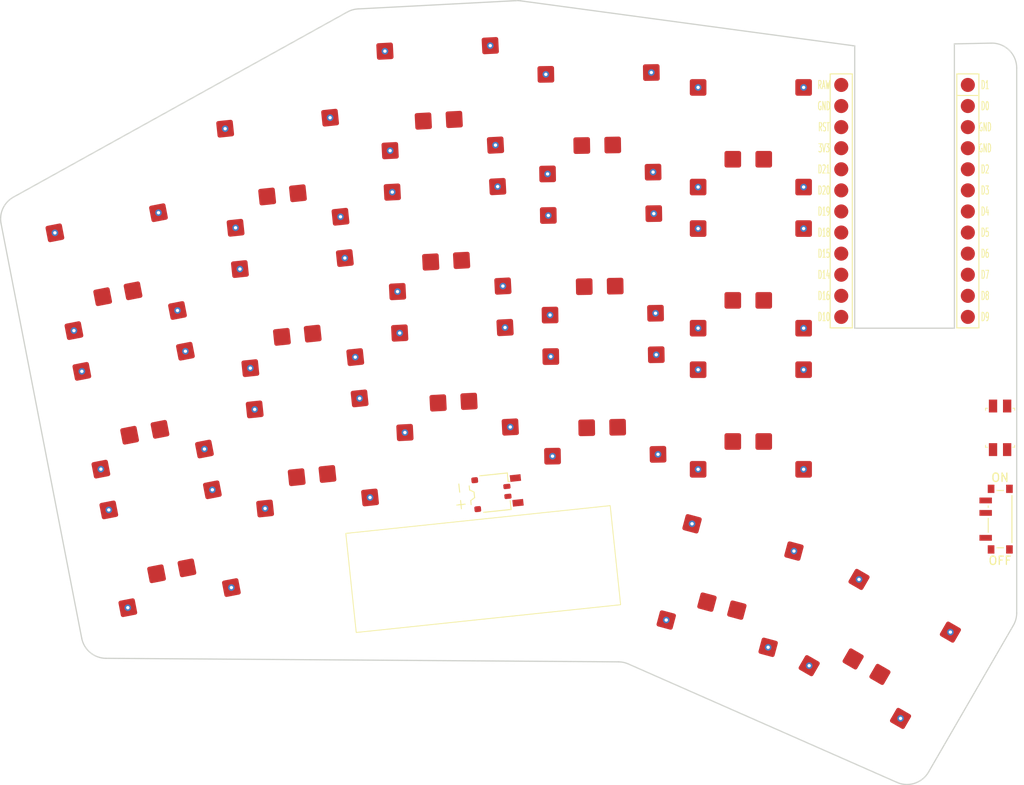
<source format=kicad_pcb>
(kicad_pcb (version 20240108) (generator "ergogen") (generator_version "4.1.0")
  (title_block (title "slimsplaydy_left_unrouted") (date "2025-06-08") (rev "v1.0.0") (company "Unknown"))
  (layers (0 "F.Cu" signal) (31 "B.Cu" signal) (34 "B.Paste" user) (35 "F.Paste" user) (36 "B.SilkS" user "B.Silkscreen") (37 "F.SilkS" user "F.Silkscreen") (38 "B.Mask" user) (39 "F.Mask" user) (44 "Edge.Cuts" user))
  (net 0 "")
  (net 1 "hand_pinky_bottom")
  (net 2 "GND")
  (net 3 "hand_pinky_home")
  (net 4 "hand_pinky_top")
  (net 5 "hand_ring_bottom")
  (net 6 "hand_ring_home")
  (net 7 "hand_ring_top")
  (net 8 "hand_middle_bottom")
  (net 9 "hand_middle_home")
  (net 10 "hand_middle_top")
  (net 11 "hand_index_bottom")
  (net 12 "hand_index_home")
  (net 13 "hand_index_top")
  (net 14 "hand_inner_bottom")
  (net 15 "hand_inner_home")
  (net 16 "hand_inner_top")
  (net 17 "thumb_near_fan")
  (net 18 "thumb_far_fan")
  (net 19 "RAW")
  (net 20 "RST")
  (net 21 "3V3")
  (net 22 "D1")
  (net 23 "P101")
  (net 24 "P102")
  (net 25 "P107")
  (net 26 "MCU1_24")
  (net 27 "MCU1_1")
  (net 28 "MCU1_23")
  (net 29 "MCU1_2")
  (net 30 "MCU1_22")
  (net 31 "MCU1_3")
  (net 32 "MCU1_21")
  (net 33 "MCU1_4")
  (net 34 "MCU1_20")
  (net 35 "MCU1_5")
  (net 36 "MCU1_19")
  (net 37 "MCU1_6")
  (net 38 "MCU1_18")
  (net 39 "MCU1_7")
  (net 40 "MCU1_17")
  (net 41 "MCU1_8")
  (net 42 "MCU1_16")
  (net 43 "MCU1_9")
  (net 44 "MCU1_15")
  (net 45 "MCU1_10")
  (net 46 "MCU1_14")
  (net 47 "MCU1_11")
  (net 48 "MCU1_13")
  (net 49 "MCU1_12")
  (net 50 "BAT_P")
  (footprint "magsafe" (layer "B.Cu") (at 142.4640421 104.4973736 3)
    (property "Reference" "_1" hide)
  )
  (footprint "PG1316S" (at 109.0596139 141.7956297 11) (layer "F.Cu")
    (property "Reference" "S1" hide)
    (pad "" np_thru_hole circle (at -5.8 2.75) (size 1 1) (drill 1) (layers "*.Cu" "*.Mask"))
    (pad "" np_thru_hole circle (at 5.8 -2.75) (size 1.2 1.2) (drill 1.2) (layers "*.Cu" "*.Mask"))
    (pad "1" smd roundrect (at -2.175 2.65 11) (size 2 2) (layers "F.Cu" "F.Paste" "F.Mask") (roundrect_rratio 0.125) (net 1 "hand_pinky_bottom"))
    (pad "2" smd roundrect (at 1.55 2.65 11) (size 2 2) (layers "F.Cu" "F.Paste" "F.Mask") (roundrect_rratio 0.125) (net 2 "GND"))
    (pad "3" smd roundrect (at -6.35 -6 11) (size 2 2) (layers "F.Cu" "F.Paste" "F.Mask") (roundrect_rratio 0.125) (net 2 "GND"))
    (pad "3" smd roundrect (at -6.35 6 11) (size 2 2) (layers "F.Cu" "F.Paste" "F.Mask") (roundrect_rratio 0.125) (net 2 "GND"))
    (pad "3" smd roundrect (at 6.35 -6 11) (size 2 2) (layers "F.Cu" "F.Paste" "F.Mask") (roundrect_rratio 0.125) (net 2 "GND"))
    (pad "3" smd roundrect (at 6.35 6 11) (size 2 2) (layers "F.Cu" "F.Paste" "F.Mask") (roundrect_rratio 0.125) (net 2 "GND"))
    (pad "" thru_hole circle (at -6.35 -6 11) (size 0.8 0.8) (layers "F.Cu" "B.Cu" "F.Paste" "B.Paste" "F.Mask" "B.Mask") (drill 0.4) (net 2 "GND"))
    (pad "" thru_hole circle (at -6.35 6 11) (size 0.8 0.8) (layers "F.Cu" "B.Cu" "F.Paste" "B.Paste" "F.Mask" "B.Mask") (drill 0.4) (net 2 "GND"))
    (pad "" thru_hole circle (at 6.35 -6 11) (size 0.8 0.8) (layers "F.Cu" "B.Cu" "F.Paste" "B.Paste" "F.Mask" "B.Mask") (drill 0.4) (net 2 "GND"))
    (pad "" thru_hole circle (at 6.35 6 11) (size 0.8 0.8) (layers "F.Cu" "B.Cu" "F.Paste" "B.Paste" "F.Mask" "B.Mask") (drill 0.4) (net 2 "GND"))
  )
  (footprint "PG1316S" (at 105.815861 125.1079676 11) (layer "F.Cu")
    (property "Reference" "S2" hide)
    (pad "" np_thru_hole circle (at -5.8 2.75) (size 1 1) (drill 1) (layers "*.Cu" "*.Mask"))
    (pad "" np_thru_hole circle (at 5.8 -2.75) (size 1.2 1.2) (drill 1.2) (layers "*.Cu" "*.Mask"))
    (pad "1" smd roundrect (at -2.175 2.65 11) (size 2 2) (layers "F.Cu" "F.Paste" "F.Mask") (roundrect_rratio 0.125) (net 3 "hand_pinky_home"))
    (pad "2" smd roundrect (at 1.55 2.65 11) (size 2 2) (layers "F.Cu" "F.Paste" "F.Mask") (roundrect_rratio 0.125) (net 2 "GND"))
    (pad "3" smd roundrect (at -6.35 -6 11) (size 2 2) (layers "F.Cu" "F.Paste" "F.Mask") (roundrect_rratio 0.125) (net 2 "GND"))
    (pad "3" smd roundrect (at -6.35 6 11) (size 2 2) (layers "F.Cu" "F.Paste" "F.Mask") (roundrect_rratio 0.125) (net 2 "GND"))
    (pad "3" smd roundrect (at 6.35 -6 11) (size 2 2) (layers "F.Cu" "F.Paste" "F.Mask") (roundrect_rratio 0.125) (net 2 "GND"))
    (pad "3" smd roundrect (at 6.35 6 11) (size 2 2) (layers "F.Cu" "F.Paste" "F.Mask") (roundrect_rratio 0.125) (net 2 "GND"))
    (pad "" thru_hole circle (at -6.35 -6 11) (size 0.8 0.8) (layers "F.Cu" "B.Cu" "F.Paste" "B.Paste" "F.Mask" "B.Mask") (drill 0.4) (net 2 "GND"))
    (pad "" thru_hole circle (at -6.35 6 11) (size 0.8 0.8) (layers "F.Cu" "B.Cu" "F.Paste" "B.Paste" "F.Mask" "B.Mask") (drill 0.4) (net 2 "GND"))
    (pad "" thru_hole circle (at 6.35 -6 11) (size 0.8 0.8) (layers "F.Cu" "B.Cu" "F.Paste" "B.Paste" "F.Mask" "B.Mask") (drill 0.4) (net 2 "GND"))
    (pad "" thru_hole circle (at 6.35 6 11) (size 0.8 0.8) (layers "F.Cu" "B.Cu" "F.Paste" "B.Paste" "F.Mask" "B.Mask") (drill 0.4) (net 2 "GND"))
  )
  (footprint "PG1316S" (at 102.5721081 108.4203055 11) (layer "F.Cu")
    (property "Reference" "S3" hide)
    (pad "" np_thru_hole circle (at -5.8 2.75) (size 1 1) (drill 1) (layers "*.Cu" "*.Mask"))
    (pad "" np_thru_hole circle (at 5.8 -2.75) (size 1.2 1.2) (drill 1.2) (layers "*.Cu" "*.Mask"))
    (pad "1" smd roundrect (at -2.175 2.65 11) (size 2 2) (layers "F.Cu" "F.Paste" "F.Mask") (roundrect_rratio 0.125) (net 4 "hand_pinky_top"))
    (pad "2" smd roundrect (at 1.55 2.65 11) (size 2 2) (layers "F.Cu" "F.Paste" "F.Mask") (roundrect_rratio 0.125) (net 2 "GND"))
    (pad "3" smd roundrect (at -6.35 -6 11) (size 2 2) (layers "F.Cu" "F.Paste" "F.Mask") (roundrect_rratio 0.125) (net 2 "GND"))
    (pad "3" smd roundrect (at -6.35 6 11) (size 2 2) (layers "F.Cu" "F.Paste" "F.Mask") (roundrect_rratio 0.125) (net 2 "GND"))
    (pad "3" smd roundrect (at 6.35 -6 11) (size 2 2) (layers "F.Cu" "F.Paste" "F.Mask") (roundrect_rratio 0.125) (net 2 "GND"))
    (pad "3" smd roundrect (at 6.35 6 11) (size 2 2) (layers "F.Cu" "F.Paste" "F.Mask") (roundrect_rratio 0.125) (net 2 "GND"))
    (pad "" thru_hole circle (at -6.35 -6 11) (size 0.8 0.8) (layers "F.Cu" "B.Cu" "F.Paste" "B.Paste" "F.Mask" "B.Mask") (drill 0.4) (net 2 "GND"))
    (pad "" thru_hole circle (at -6.35 6 11) (size 0.8 0.8) (layers "F.Cu" "B.Cu" "F.Paste" "B.Paste" "F.Mask" "B.Mask") (drill 0.4) (net 2 "GND"))
    (pad "" thru_hole circle (at 6.35 -6 11) (size 0.8 0.8) (layers "F.Cu" "B.Cu" "F.Paste" "B.Paste" "F.Mask" "B.Mask") (drill 0.4) (net 2 "GND"))
    (pad "" thru_hole circle (at 6.35 6 11) (size 0.8 0.8) (layers "F.Cu" "B.Cu" "F.Paste" "B.Paste" "F.Mask" "B.Mask") (drill 0.4) (net 2 "GND"))
  )
  (footprint "PG1316S" (at 126.1840585 130.3172413 6) (layer "F.Cu")
    (property "Reference" "S4" hide)
    (pad "" np_thru_hole circle (at -5.8 2.75) (size 1 1) (drill 1) (layers "*.Cu" "*.Mask"))
    (pad "" np_thru_hole circle (at 5.8 -2.75) (size 1.2 1.2) (drill 1.2) (layers "*.Cu" "*.Mask"))
    (pad "1" smd roundrect (at -2.175 2.65 6) (size 2 2) (layers "F.Cu" "F.Paste" "F.Mask") (roundrect_rratio 0.125) (net 5 "hand_ring_bottom"))
    (pad "2" smd roundrect (at 1.55 2.65 6) (size 2 2) (layers "F.Cu" "F.Paste" "F.Mask") (roundrect_rratio 0.125) (net 2 "GND"))
    (pad "3" smd roundrect (at -6.35 -6 6) (size 2 2) (layers "F.Cu" "F.Paste" "F.Mask") (roundrect_rratio 0.125) (net 2 "GND"))
    (pad "3" smd roundrect (at -6.35 6 6) (size 2 2) (layers "F.Cu" "F.Paste" "F.Mask") (roundrect_rratio 0.125) (net 2 "GND"))
    (pad "3" smd roundrect (at 6.35 -6 6) (size 2 2) (layers "F.Cu" "F.Paste" "F.Mask") (roundrect_rratio 0.125) (net 2 "GND"))
    (pad "3" smd roundrect (at 6.35 6 6) (size 2 2) (layers "F.Cu" "F.Paste" "F.Mask") (roundrect_rratio 0.125) (net 2 "GND"))
    (pad "" thru_hole circle (at -6.35 -6 6) (size 0.8 0.8) (layers "F.Cu" "B.Cu" "F.Paste" "B.Paste" "F.Mask" "B.Mask") (drill 0.4) (net 2 "GND"))
    (pad "" thru_hole circle (at -6.35 6 6) (size 0.8 0.8) (layers "F.Cu" "B.Cu" "F.Paste" "B.Paste" "F.Mask" "B.Mask") (drill 0.4) (net 2 "GND"))
    (pad "" thru_hole circle (at 6.35 -6 6) (size 0.8 0.8) (layers "F.Cu" "B.Cu" "F.Paste" "B.Paste" "F.Mask" "B.Mask") (drill 0.4) (net 2 "GND"))
    (pad "" thru_hole circle (at 6.35 6 6) (size 0.8 0.8) (layers "F.Cu" "B.Cu" "F.Paste" "B.Paste" "F.Mask" "B.Mask") (drill 0.4) (net 2 "GND"))
  )
  (footprint "PG1316S" (at 124.4070746 113.4103691 6) (layer "F.Cu")
    (property "Reference" "S5" hide)
    (pad "" np_thru_hole circle (at -5.8 2.75) (size 1 1) (drill 1) (layers "*.Cu" "*.Mask"))
    (pad "" np_thru_hole circle (at 5.8 -2.75) (size 1.2 1.2) (drill 1.2) (layers "*.Cu" "*.Mask"))
    (pad "1" smd roundrect (at -2.175 2.65 6) (size 2 2) (layers "F.Cu" "F.Paste" "F.Mask") (roundrect_rratio 0.125) (net 6 "hand_ring_home"))
    (pad "2" smd roundrect (at 1.55 2.65 6) (size 2 2) (layers "F.Cu" "F.Paste" "F.Mask") (roundrect_rratio 0.125) (net 2 "GND"))
    (pad "3" smd roundrect (at -6.35 -6 6) (size 2 2) (layers "F.Cu" "F.Paste" "F.Mask") (roundrect_rratio 0.125) (net 2 "GND"))
    (pad "3" smd roundrect (at -6.35 6 6) (size 2 2) (layers "F.Cu" "F.Paste" "F.Mask") (roundrect_rratio 0.125) (net 2 "GND"))
    (pad "3" smd roundrect (at 6.35 -6 6) (size 2 2) (layers "F.Cu" "F.Paste" "F.Mask") (roundrect_rratio 0.125) (net 2 "GND"))
    (pad "3" smd roundrect (at 6.35 6 6) (size 2 2) (layers "F.Cu" "F.Paste" "F.Mask") (roundrect_rratio 0.125) (net 2 "GND"))
    (pad "" thru_hole circle (at -6.35 -6 6) (size 0.8 0.8) (layers "F.Cu" "B.Cu" "F.Paste" "B.Paste" "F.Mask" "B.Mask") (drill 0.4) (net 2 "GND"))
    (pad "" thru_hole circle (at -6.35 6 6) (size 0.8 0.8) (layers "F.Cu" "B.Cu" "F.Paste" "B.Paste" "F.Mask" "B.Mask") (drill 0.4) (net 2 "GND"))
    (pad "" thru_hole circle (at 6.35 -6 6) (size 0.8 0.8) (layers "F.Cu" "B.Cu" "F.Paste" "B.Paste" "F.Mask" "B.Mask") (drill 0.4) (net 2 "GND"))
    (pad "" thru_hole circle (at 6.35 6 6) (size 0.8 0.8) (layers "F.Cu" "B.Cu" "F.Paste" "B.Paste" "F.Mask" "B.Mask") (drill 0.4) (net 2 "GND"))
  )
  (footprint "PG1316S" (at 122.6300906 96.5034968 6) (layer "F.Cu")
    (property "Reference" "S6" hide)
    (pad "" np_thru_hole circle (at -5.8 2.75) (size 1 1) (drill 1) (layers "*.Cu" "*.Mask"))
    (pad "" np_thru_hole circle (at 5.8 -2.75) (size 1.2 1.2) (drill 1.2) (layers "*.Cu" "*.Mask"))
    (pad "1" smd roundrect (at -2.175 2.65 6) (size 2 2) (layers "F.Cu" "F.Paste" "F.Mask") (roundrect_rratio 0.125) (net 7 "hand_ring_top"))
    (pad "2" smd roundrect (at 1.55 2.65 6) (size 2 2) (layers "F.Cu" "F.Paste" "F.Mask") (roundrect_rratio 0.125) (net 2 "GND"))
    (pad "3" smd roundrect (at -6.35 -6 6) (size 2 2) (layers "F.Cu" "F.Paste" "F.Mask") (roundrect_rratio 0.125) (net 2 "GND"))
    (pad "3" smd roundrect (at -6.35 6 6) (size 2 2) (layers "F.Cu" "F.Paste" "F.Mask") (roundrect_rratio 0.125) (net 2 "GND"))
    (pad "3" smd roundrect (at 6.35 -6 6) (size 2 2) (layers "F.Cu" "F.Paste" "F.Mask") (roundrect_rratio 0.125) (net 2 "GND"))
    (pad "3" smd roundrect (at 6.35 6 6) (size 2 2) (layers "F.Cu" "F.Paste" "F.Mask") (roundrect_rratio 0.125) (net 2 "GND"))
    (pad "" thru_hole circle (at -6.35 -6 6) (size 0.8 0.8) (layers "F.Cu" "B.Cu" "F.Paste" "B.Paste" "F.Mask" "B.Mask") (drill 0.4) (net 2 "GND"))
    (pad "" thru_hole circle (at -6.35 6 6) (size 0.8 0.8) (layers "F.Cu" "B.Cu" "F.Paste" "B.Paste" "F.Mask" "B.Mask") (drill 0.4) (net 2 "GND"))
    (pad "" thru_hole circle (at 6.35 -6 6) (size 0.8 0.8) (layers "F.Cu" "B.Cu" "F.Paste" "B.Paste" "F.Mask" "B.Mask") (drill 0.4) (net 2 "GND"))
    (pad "" thru_hole circle (at 6.35 6 6) (size 0.8 0.8) (layers "F.Cu" "B.Cu" "F.Paste" "B.Paste" "F.Mask" "B.Mask") (drill 0.4) (net 2 "GND"))
  )
  (footprint "PG1316S" (at 143.3537534 121.4740757 3) (layer "F.Cu")
    (property "Reference" "S7" hide)
    (pad "" np_thru_hole circle (at -5.8 2.75) (size 1 1) (drill 1) (layers "*.Cu" "*.Mask"))
    (pad "" np_thru_hole circle (at 5.8 -2.75) (size 1.2 1.2) (drill 1.2) (layers "*.Cu" "*.Mask"))
    (pad "1" smd roundrect (at -2.175 2.65 3) (size 2 2) (layers "F.Cu" "F.Paste" "F.Mask") (roundrect_rratio 0.125) (net 8 "hand_middle_bottom"))
    (pad "2" smd roundrect (at 1.55 2.65 3) (size 2 2) (layers "F.Cu" "F.Paste" "F.Mask") (roundrect_rratio 0.125) (net 2 "GND"))
    (pad "3" smd roundrect (at -6.35 -6 3) (size 2 2) (layers "F.Cu" "F.Paste" "F.Mask") (roundrect_rratio 0.125) (net 2 "GND"))
    (pad "3" smd roundrect (at -6.35 6 3) (size 2 2) (layers "F.Cu" "F.Paste" "F.Mask") (roundrect_rratio 0.125) (net 2 "GND"))
    (pad "3" smd roundrect (at 6.35 -6 3) (size 2 2) (layers "F.Cu" "F.Paste" "F.Mask") (roundrect_rratio 0.125) (net 2 "GND"))
    (pad "3" smd roundrect (at 6.35 6 3) (size 2 2) (layers "F.Cu" "F.Paste" "F.Mask") (roundrect_rratio 0.125) (net 2 "GND"))
    (pad "" thru_hole circle (at -6.35 -6 3) (size 0.8 0.8) (layers "F.Cu" "B.Cu" "F.Paste" "B.Paste" "F.Mask" "B.Mask") (drill 0.4) (net 2 "GND"))
    (pad "" thru_hole circle (at -6.35 6 3) (size 0.8 0.8) (layers "F.Cu" "B.Cu" "F.Paste" "B.Paste" "F.Mask" "B.Mask") (drill 0.4) (net 2 "GND"))
    (pad "" thru_hole circle (at 6.35 -6 3) (size 0.8 0.8) (layers "F.Cu" "B.Cu" "F.Paste" "B.Paste" "F.Mask" "B.Mask") (drill 0.4) (net 2 "GND"))
    (pad "" thru_hole circle (at 6.35 6 3) (size 0.8 0.8) (layers "F.Cu" "B.Cu" "F.Paste" "B.Paste" "F.Mask" "B.Mask") (drill 0.4) (net 2 "GND"))
  )
  (footprint "PG1316S" (at 142.4640421 104.4973736 3) (layer "F.Cu")
    (property "Reference" "S8" hide)
    (pad "" np_thru_hole circle (at -5.8 2.75) (size 1 1) (drill 1) (layers "*.Cu" "*.Mask"))
    (pad "" np_thru_hole circle (at 5.8 -2.75) (size 1.2 1.2) (drill 1.2) (layers "*.Cu" "*.Mask"))
    (pad "1" smd roundrect (at -2.175 2.65 3) (size 2 2) (layers "F.Cu" "F.Paste" "F.Mask") (roundrect_rratio 0.125) (net 9 "hand_middle_home"))
    (pad "2" smd roundrect (at 1.55 2.65 3) (size 2 2) (layers "F.Cu" "F.Paste" "F.Mask") (roundrect_rratio 0.125) (net 2 "GND"))
    (pad "3" smd roundrect (at -6.35 -6 3) (size 2 2) (layers "F.Cu" "F.Paste" "F.Mask") (roundrect_rratio 0.125) (net 2 "GND"))
    (pad "3" smd roundrect (at -6.35 6 3) (size 2 2) (layers "F.Cu" "F.Paste" "F.Mask") (roundrect_rratio 0.125) (net 2 "GND"))
    (pad "3" smd roundrect (at 6.35 -6 3) (size 2 2) (layers "F.Cu" "F.Paste" "F.Mask") (roundrect_rratio 0.125) (net 2 "GND"))
    (pad "3" smd roundrect (at 6.35 6 3) (size 2 2) (layers "F.Cu" "F.Paste" "F.Mask") (roundrect_rratio 0.125) (net 2 "GND"))
    (pad "" thru_hole circle (at -6.35 -6 3) (size 0.8 0.8) (layers "F.Cu" "B.Cu" "F.Paste" "B.Paste" "F.Mask" "B.Mask") (drill 0.4) (net 2 "GND"))
    (pad "" thru_hole circle (at -6.35 6 3) (size 0.8 0.8) (layers "F.Cu" "B.Cu" "F.Paste" "B.Paste" "F.Mask" "B.Mask") (drill 0.4) (net 2 "GND"))
    (pad "" thru_hole circle (at 6.35 -6 3) (size 0.8 0.8) (layers "F.Cu" "B.Cu" "F.Paste" "B.Paste" "F.Mask" "B.Mask") (drill 0.4) (net 2 "GND"))
    (pad "" thru_hole circle (at 6.35 6 3) (size 0.8 0.8) (layers "F.Cu" "B.Cu" "F.Paste" "B.Paste" "F.Mask" "B.Mask") (drill 0.4) (net 2 "GND"))
  )
  (footprint "PG1316S" (at 141.5743308 87.5206715 3) (layer "F.Cu")
    (property "Reference" "S9" hide)
    (pad "" np_thru_hole circle (at -5.8 2.75) (size 1 1) (drill 1) (layers "*.Cu" "*.Mask"))
    (pad "" np_thru_hole circle (at 5.8 -2.75) (size 1.2 1.2) (drill 1.2) (layers "*.Cu" "*.Mask"))
    (pad "1" smd roundrect (at -2.175 2.65 3) (size 2 2) (layers "F.Cu" "F.Paste" "F.Mask") (roundrect_rratio 0.125) (net 10 "hand_middle_top"))
    (pad "2" smd roundrect (at 1.55 2.65 3) (size 2 2) (layers "F.Cu" "F.Paste" "F.Mask") (roundrect_rratio 0.125) (net 2 "GND"))
    (pad "3" smd roundrect (at -6.35 -6 3) (size 2 2) (layers "F.Cu" "F.Paste" "F.Mask") (roundrect_rratio 0.125) (net 2 "GND"))
    (pad "3" smd roundrect (at -6.35 6 3) (size 2 2) (layers "F.Cu" "F.Paste" "F.Mask") (roundrect_rratio 0.125) (net 2 "GND"))
    (pad "3" smd roundrect (at 6.35 -6 3) (size 2 2) (layers "F.Cu" "F.Paste" "F.Mask") (roundrect_rratio 0.125) (net 2 "GND"))
    (pad "3" smd roundrect (at 6.35 6 3) (size 2 2) (layers "F.Cu" "F.Paste" "F.Mask") (roundrect_rratio 0.125) (net 2 "GND"))
    (pad "" thru_hole circle (at -6.35 -6 3) (size 0.8 0.8) (layers "F.Cu" "B.Cu" "F.Paste" "B.Paste" "F.Mask" "B.Mask") (drill 0.4) (net 2 "GND"))
    (pad "" thru_hole circle (at -6.35 6 3) (size 0.8 0.8) (layers "F.Cu" "B.Cu" "F.Paste" "B.Paste" "F.Mask" "B.Mask") (drill 0.4) (net 2 "GND"))
    (pad "" thru_hole circle (at 6.35 -6 3) (size 0.8 0.8) (layers "F.Cu" "B.Cu" "F.Paste" "B.Paste" "F.Mask" "B.Mask") (drill 0.4) (net 2 "GND"))
    (pad "" thru_hole circle (at 6.35 6 3) (size 0.8 0.8) (layers "F.Cu" "B.Cu" "F.Paste" "B.Paste" "F.Mask" "B.Mask") (drill 0.4) (net 2 "GND"))
  )
  (footprint "PG1316S" (at 161.3387029 124.5370139 1) (layer "F.Cu")
    (property "Reference" "S10" hide)
    (pad "" np_thru_hole circle (at -5.8 2.75) (size 1 1) (drill 1) (layers "*.Cu" "*.Mask"))
    (pad "" np_thru_hole circle (at 5.8 -2.75) (size 1.2 1.2) (drill 1.2) (layers "*.Cu" "*.Mask"))
    (pad "1" smd roundrect (at -2.175 2.65 1) (size 2 2) (layers "F.Cu" "F.Paste" "F.Mask") (roundrect_rratio 0.125) (net 11 "hand_index_bottom"))
    (pad "2" smd roundrect (at 1.55 2.65 1) (size 2 2) (layers "F.Cu" "F.Paste" "F.Mask") (roundrect_rratio 0.125) (net 2 "GND"))
    (pad "3" smd roundrect (at -6.35 -6 1) (size 2 2) (layers "F.Cu" "F.Paste" "F.Mask") (roundrect_rratio 0.125) (net 2 "GND"))
    (pad "3" smd roundrect (at -6.35 6 1) (size 2 2) (layers "F.Cu" "F.Paste" "F.Mask") (roundrect_rratio 0.125) (net 2 "GND"))
    (pad "3" smd roundrect (at 6.35 -6 1) (size 2 2) (layers "F.Cu" "F.Paste" "F.Mask") (roundrect_rratio 0.125) (net 2 "GND"))
    (pad "3" smd roundrect (at 6.35 6 1) (size 2 2) (layers "F.Cu" "F.Paste" "F.Mask") (roundrect_rratio 0.125) (net 2 "GND"))
    (pad "" thru_hole circle (at -6.35 -6 1) (size 0.8 0.8) (layers "F.Cu" "B.Cu" "F.Paste" "B.Paste" "F.Mask" "B.Mask") (drill 0.4) (net 2 "GND"))
    (pad "" thru_hole circle (at -6.35 6 1) (size 0.8 0.8) (layers "F.Cu" "B.Cu" "F.Paste" "B.Paste" "F.Mask" "B.Mask") (drill 0.4) (net 2 "GND"))
    (pad "" thru_hole circle (at 6.35 -6 1) (size 0.8 0.8) (layers "F.Cu" "B.Cu" "F.Paste" "B.Paste" "F.Mask" "B.Mask") (drill 0.4) (net 2 "GND"))
    (pad "" thru_hole circle (at 6.35 6 1) (size 0.8 0.8) (layers "F.Cu" "B.Cu" "F.Paste" "B.Paste" "F.Mask" "B.Mask") (drill 0.4) (net 2 "GND"))
  )
  (footprint "PG1316S" (at 161.042012 107.5396031 1) (layer "F.Cu")
    (property "Reference" "S11" hide)
    (pad "" np_thru_hole circle (at -5.8 2.75) (size 1 1) (drill 1) (layers "*.Cu" "*.Mask"))
    (pad "" np_thru_hole circle (at 5.8 -2.75) (size 1.2 1.2) (drill 1.2) (layers "*.Cu" "*.Mask"))
    (pad "1" smd roundrect (at -2.175 2.65 1) (size 2 2) (layers "F.Cu" "F.Paste" "F.Mask") (roundrect_rratio 0.125) (net 12 "hand_index_home"))
    (pad "2" smd roundrect (at 1.55 2.65 1) (size 2 2) (layers "F.Cu" "F.Paste" "F.Mask") (roundrect_rratio 0.125) (net 2 "GND"))
    (pad "3" smd roundrect (at -6.35 -6 1) (size 2 2) (layers "F.Cu" "F.Paste" "F.Mask") (roundrect_rratio 0.125) (net 2 "GND"))
    (pad "3" smd roundrect (at -6.35 6 1) (size 2 2) (layers "F.Cu" "F.Paste" "F.Mask") (roundrect_rratio 0.125) (net 2 "GND"))
    (pad "3" smd roundrect (at 6.35 -6 1) (size 2 2) (layers "F.Cu" "F.Paste" "F.Mask") (roundrect_rratio 0.125) (net 2 "GND"))
    (pad "3" smd roundrect (at 6.35 6 1) (size 2 2) (layers "F.Cu" "F.Paste" "F.Mask") (roundrect_rratio 0.125) (net 2 "GND"))
    (pad "" thru_hole circle (at -6.35 -6 1) (size 0.8 0.8) (layers "F.Cu" "B.Cu" "F.Paste" "B.Paste" "F.Mask" "B.Mask") (drill 0.4) (net 2 "GND"))
    (pad "" thru_hole circle (at -6.35 6 1) (size 0.8 0.8) (layers "F.Cu" "B.Cu" "F.Paste" "B.Paste" "F.Mask" "B.Mask") (drill 0.4) (net 2 "GND"))
    (pad "" thru_hole circle (at 6.35 -6 1) (size 0.8 0.8) (layers "F.Cu" "B.Cu" "F.Paste" "B.Paste" "F.Mask" "B.Mask") (drill 0.4) (net 2 "GND"))
    (pad "" thru_hole circle (at 6.35 6 1) (size 0.8 0.8) (layers "F.Cu" "B.Cu" "F.Paste" "B.Paste" "F.Mask" "B.Mask") (drill 0.4) (net 2 "GND"))
  )
  (footprint "PG1316S" (at 160.745321 90.5421923 1) (layer "F.Cu")
    (property "Reference" "S12" hide)
    (pad "" np_thru_hole circle (at -5.8 2.75) (size 1 1) (drill 1) (layers "*.Cu" "*.Mask"))
    (pad "" np_thru_hole circle (at 5.8 -2.75) (size 1.2 1.2) (drill 1.2) (layers "*.Cu" "*.Mask"))
    (pad "1" smd roundrect (at -2.175 2.65 1) (size 2 2) (layers "F.Cu" "F.Paste" "F.Mask") (roundrect_rratio 0.125) (net 13 "hand_index_top"))
    (pad "2" smd roundrect (at 1.55 2.65 1) (size 2 2) (layers "F.Cu" "F.Paste" "F.Mask") (roundrect_rratio 0.125) (net 2 "GND"))
    (pad "3" smd roundrect (at -6.35 -6 1) (size 2 2) (layers "F.Cu" "F.Paste" "F.Mask") (roundrect_rratio 0.125) (net 2 "GND"))
    (pad "3" smd roundrect (at -6.35 6 1) (size 2 2) (layers "F.Cu" "F.Paste" "F.Mask") (roundrect_rratio 0.125) (net 2 "GND"))
    (pad "3" smd roundrect (at 6.35 -6 1) (size 2 2) (layers "F.Cu" "F.Paste" "F.Mask") (roundrect_rratio 0.125) (net 2 "GND"))
    (pad "3" smd roundrect (at 6.35 6 1) (size 2 2) (layers "F.Cu" "F.Paste" "F.Mask") (roundrect_rratio 0.125) (net 2 "GND"))
    (pad "" thru_hole circle (at -6.35 -6 1) (size 0.8 0.8) (layers "F.Cu" "B.Cu" "F.Paste" "B.Paste" "F.Mask" "B.Mask") (drill 0.4) (net 2 "GND"))
    (pad "" thru_hole circle (at -6.35 6 1) (size 0.8 0.8) (layers "F.Cu" "B.Cu" "F.Paste" "B.Paste" "F.Mask" "B.Mask") (drill 0.4) (net 2 "GND"))
    (pad "" thru_hole circle (at 6.35 -6 1) (size 0.8 0.8) (layers "F.Cu" "B.Cu" "F.Paste" "B.Paste" "F.Mask" "B.Mask") (drill 0.4) (net 2 "GND"))
    (pad "" thru_hole circle (at 6.35 6 1) (size 0.8 0.8) (layers "F.Cu" "B.Cu" "F.Paste" "B.Paste" "F.Mask" "B.Mask") (drill 0.4) (net 2 "GND"))
  )
  (footprint "PG1316S" (at 178.9709271 126.2295469 0) (layer "F.Cu")
    (property "Reference" "S13" hide)
    (pad "" np_thru_hole circle (at -5.8 2.75) (size 1 1) (drill 1) (layers "*.Cu" "*.Mask"))
    (pad "" np_thru_hole circle (at 5.8 -2.75) (size 1.2 1.2) (drill 1.2) (layers "*.Cu" "*.Mask"))
    (pad "1" smd roundrect (at -2.175 2.65 0) (size 2 2) (layers "F.Cu" "F.Paste" "F.Mask") (roundrect_rratio 0.125) (net 14 "hand_inner_bottom"))
    (pad "2" smd roundrect (at 1.55 2.65 0) (size 2 2) (layers "F.Cu" "F.Paste" "F.Mask") (roundrect_rratio 0.125) (net 2 "GND"))
    (pad "3" smd roundrect (at -6.35 -6 0) (size 2 2) (layers "F.Cu" "F.Paste" "F.Mask") (roundrect_rratio 0.125) (net 2 "GND"))
    (pad "3" smd roundrect (at -6.35 6 0) (size 2 2) (layers "F.Cu" "F.Paste" "F.Mask") (roundrect_rratio 0.125) (net 2 "GND"))
    (pad "3" smd roundrect (at 6.35 -6 0) (size 2 2) (layers "F.Cu" "F.Paste" "F.Mask") (roundrect_rratio 0.125) (net 2 "GND"))
    (pad "3" smd roundrect (at 6.35 6 0) (size 2 2) (layers "F.Cu" "F.Paste" "F.Mask") (roundrect_rratio 0.125) (net 2 "GND"))
    (pad "" thru_hole circle (at -6.35 -6 0) (size 0.8 0.8) (layers "F.Cu" "B.Cu" "F.Paste" "B.Paste" "F.Mask" "B.Mask") (drill 0.4) (net 2 "GND"))
    (pad "" thru_hole circle (at -6.35 6 0) (size 0.8 0.8) (layers "F.Cu" "B.Cu" "F.Paste" "B.Paste" "F.Mask" "B.Mask") (drill 0.4) (net 2 "GND"))
    (pad "" thru_hole circle (at 6.35 -6 0) (size 0.8 0.8) (layers "F.Cu" "B.Cu" "F.Paste" "B.Paste" "F.Mask" "B.Mask") (drill 0.4) (net 2 "GND"))
    (pad "" thru_hole circle (at 6.35 6 0) (size 0.8 0.8) (layers "F.Cu" "B.Cu" "F.Paste" "B.Paste" "F.Mask" "B.Mask") (drill 0.4) (net 2 "GND"))
  )
  (footprint "PG1316S" (at 178.9709271 109.2295469 0) (layer "F.Cu")
    (property "Reference" "S14" hide)
    (pad "" np_thru_hole circle (at -5.8 2.75) (size 1 1) (drill 1) (layers "*.Cu" "*.Mask"))
    (pad "" np_thru_hole circle (at 5.8 -2.75) (size 1.2 1.2) (drill 1.2) (layers "*.Cu" "*.Mask"))
    (pad "1" smd roundrect (at -2.175 2.65 0) (size 2 2) (layers "F.Cu" "F.Paste" "F.Mask") (roundrect_rratio 0.125) (net 15 "hand_inner_home"))
    (pad "2" smd roundrect (at 1.55 2.65 0) (size 2 2) (layers "F.Cu" "F.Paste" "F.Mask") (roundrect_rratio 0.125) (net 2 "GND"))
    (pad "3" smd roundrect (at -6.35 -6 0) (size 2 2) (layers "F.Cu" "F.Paste" "F.Mask") (roundrect_rratio 0.125) (net 2 "GND"))
    (pad "3" smd roundrect (at -6.35 6 0) (size 2 2) (layers "F.Cu" "F.Paste" "F.Mask") (roundrect_rratio 0.125) (net 2 "GND"))
    (pad "3" smd roundrect (at 6.35 -6 0) (size 2 2) (layers "F.Cu" "F.Paste" "F.Mask") (roundrect_rratio 0.125) (net 2 "GND"))
    (pad "3" smd roundrect (at 6.35 6 0) (size 2 2) (layers "F.Cu" "F.Paste" "F.Mask") (roundrect_rratio 0.125) (net 2 "GND"))
    (pad "" thru_hole circle (at -6.35 -6 0) (size 0.8 0.8) (layers "F.Cu" "B.Cu" "F.Paste" "B.Paste" "F.Mask" "B.Mask") (drill 0.4) (net 2 "GND"))
    (pad "" thru_hole circle (at -6.35 6 0) (size 0.8 0.8) (layers "F.Cu" "B.Cu" "F.Paste" "B.Paste" "F.Mask" "B.Mask") (drill 0.4) (net 2 "GND"))
    (pad "" thru_hole circle (at 6.35 -6 0) (size 0.8 0.8) (layers "F.Cu" "B.Cu" "F.Paste" "B.Paste" "F.Mask" "B.Mask") (drill 0.4) (net 2 "GND"))
    (pad "" thru_hole circle (at 6.35 6 0) (size 0.8 0.8) (layers "F.Cu" "B.Cu" "F.Paste" "B.Paste" "F.Mask" "B.Mask") (drill 0.4) (net 2 "GND"))
  )
  (footprint "PG1316S" (at 178.9709271 92.2295469 0) (layer "F.Cu")
    (property "Reference" "S15" hide)
    (pad "" np_thru_hole circle (at -5.8 2.75) (size 1 1) (drill 1) (layers "*.Cu" "*.Mask"))
    (pad "" np_thru_hole circle (at 5.8 -2.75) (size 1.2 1.2) (drill 1.2) (layers "*.Cu" "*.Mask"))
    (pad "1" smd roundrect (at -2.175 2.65 0) (size 2 2) (layers "F.Cu" "F.Paste" "F.Mask") (roundrect_rratio 0.125) (net 16 "hand_inner_top"))
    (pad "2" smd roundrect (at 1.55 2.65 0) (size 2 2) (layers "F.Cu" "F.Paste" "F.Mask") (roundrect_rratio 0.125) (net 2 "GND"))
    (pad "3" smd roundrect (at -6.35 -6 0) (size 2 2) (layers "F.Cu" "F.Paste" "F.Mask") (roundrect_rratio 0.125) (net 2 "GND"))
    (pad "3" smd roundrect (at -6.35 6 0) (size 2 2) (layers "F.Cu" "F.Paste" "F.Mask") (roundrect_rratio 0.125) (net 2 "GND"))
    (pad "3" smd roundrect (at 6.35 -6 0) (size 2 2) (layers "F.Cu" "F.Paste" "F.Mask") (roundrect_rratio 0.125) (net 2 "GND"))
    (pad "3" smd roundrect (at 6.35 6 0) (size 2 2) (layers "F.Cu" "F.Paste" "F.Mask") (roundrect_rratio 0.125) (net 2 "GND"))
    (pad "" thru_hole circle (at -6.35 -6 0) (size 0.8 0.8) (layers "F.Cu" "B.Cu" "F.Paste" "B.Paste" "F.Mask" "B.Mask") (drill 0.4) (net 2 "GND"))
    (pad "" thru_hole circle (at -6.35 6 0) (size 0.8 0.8) (layers "F.Cu" "B.Cu" "F.Paste" "B.Paste" "F.Mask" "B.Mask") (drill 0.4) (net 2 "GND"))
    (pad "" thru_hole circle (at 6.35 -6 0) (size 0.8 0.8) (layers "F.Cu" "B.Cu" "F.Paste" "B.Paste" "F.Mask" "B.Mask") (drill 0.4) (net 2 "GND"))
    (pad "" thru_hole circle (at 6.35 6 0) (size 0.8 0.8) (layers "F.Cu" "B.Cu" "F.Paste" "B.Paste" "F.Mask" "B.Mask") (drill 0.4) (net 2 "GND"))
  )
  (footprint "PG1316S" (at 176.4709271 146.2295469 -15) (layer "F.Cu")
    (property "Reference" "S16" hide)
    (pad "" np_thru_hole circle (at -5.8 2.75) (size 1 1) (drill 1) (layers "*.Cu" "*.Mask"))
    (pad "" np_thru_hole circle (at 5.8 -2.75) (size 1.2 1.2) (drill 1.2) (layers "*.Cu" "*.Mask"))
    (pad "1" smd roundrect (at -2.175 2.65 -15) (size 2 2) (layers "F.Cu" "F.Paste" "F.Mask") (roundrect_rratio 0.125) (net 17 "thumb_near_fan"))
    (pad "2" smd roundrect (at 1.55 2.65 -15) (size 2 2) (layers "F.Cu" "F.Paste" "F.Mask") (roundrect_rratio 0.125) (net 2 "GND"))
    (pad "3" smd roundrect (at -6.35 -6 -15) (size 2 2) (layers "F.Cu" "F.Paste" "F.Mask") (roundrect_rratio 0.125) (net 2 "GND"))
    (pad "3" smd roundrect (at -6.35 6 -15) (size 2 2) (layers "F.Cu" "F.Paste" "F.Mask") (roundrect_rratio 0.125) (net 2 "GND"))
    (pad "3" smd roundrect (at 6.35 -6 -15) (size 2 2) (layers "F.Cu" "F.Paste" "F.Mask") (roundrect_rratio 0.125) (net 2 "GND"))
    (pad "3" smd roundrect (at 6.35 6 -15) (size 2 2) (layers "F.Cu" "F.Paste" "F.Mask") (roundrect_rratio 0.125) (net 2 "GND"))
    (pad "" thru_hole circle (at -6.35 -6 -15) (size 0.8 0.8) (layers "F.Cu" "B.Cu" "F.Paste" "B.Paste" "F.Mask" "B.Mask") (drill 0.4) (net 2 "GND"))
    (pad "" thru_hole circle (at -6.35 6 -15) (size 0.8 0.8) (layers "F.Cu" "B.Cu" "F.Paste" "B.Paste" "F.Mask" "B.Mask") (drill 0.4) (net 2 "GND"))
    (pad "" thru_hole circle (at 6.35 -6 -15) (size 0.8 0.8) (layers "F.Cu" "B.Cu" "F.Paste" "B.Paste" "F.Mask" "B.Mask") (drill 0.4) (net 2 "GND"))
    (pad "" thru_hole circle (at 6.35 6 -15) (size 0.8 0.8) (layers "F.Cu" "B.Cu" "F.Paste" "B.Paste" "F.Mask" "B.Mask") (drill 0.4) (net 2 "GND"))
  )
  (footprint "PG1316S" (at 194.4897424 153.8615215 -30) (layer "F.Cu")
    (property "Reference" "S17" hide)
    (pad "" np_thru_hole circle (at -5.8 2.75) (size 1 1) (drill 1) (layers "*.Cu" "*.Mask"))
    (pad "" np_thru_hole circle (at 5.8 -2.75) (size 1.2 1.2) (drill 1.2) (layers "*.Cu" "*.Mask"))
    (pad "1" smd roundrect (at -2.175 2.65 -30) (size 2 2) (layers "F.Cu" "F.Paste" "F.Mask") (roundrect_rratio 0.125) (net 18 "thumb_far_fan"))
    (pad "2" smd roundrect (at 1.55 2.65 -30) (size 2 2) (layers "F.Cu" "F.Paste" "F.Mask") (roundrect_rratio 0.125) (net 2 "GND"))
    (pad "3" smd roundrect (at -6.35 -6 -30) (size 2 2) (layers "F.Cu" "F.Paste" "F.Mask") (roundrect_rratio 0.125) (net 2 "GND"))
    (pad "3" smd roundrect (at -6.35 6 -30) (size 2 2) (layers "F.Cu" "F.Paste" "F.Mask") (roundrect_rratio 0.125) (net 2 "GND"))
    (pad "3" smd roundrect (at 6.35 -6 -30) (size 2 2) (layers "F.Cu" "F.Paste" "F.Mask") (roundrect_rratio 0.125) (net 2 "GND"))
    (pad "3" smd roundrect (at 6.35 6 -30) (size 2 2) (layers "F.Cu" "F.Paste" "F.Mask") (roundrect_rratio 0.125) (net 2 "GND"))
    (pad "" thru_hole circle (at -6.35 -6 -30) (size 0.8 0.8) (layers "F.Cu" "B.Cu" "F.Paste" "B.Paste" "F.Mask" "B.Mask") (drill 0.4) (net 2 "GND"))
    (pad "" thru_hole circle (at -6.35 6 -30) (size 0.8 0.8) (layers "F.Cu" "B.Cu" "F.Paste" "B.Paste" "F.Mask" "B.Mask") (drill 0.4) (net 2 "GND"))
    (pad "" thru_hole circle (at 6.35 -6 -30) (size 0.8 0.8) (layers "F.Cu" "B.Cu" "F.Paste" "B.Paste" "F.Mask" "B.Mask") (drill 0.4) (net 2 "GND"))
    (pad "" thru_hole circle (at 6.35 6 -30) (size 0.8 0.8) (layers "F.Cu" "B.Cu" "F.Paste" "B.Paste" "F.Mask" "B.Mask") (drill 0.4) (net 2 "GND"))
  )
  (footprint "ceoloide:mcu_nice_nano" (layer "F.Cu") (at 197.4709271 98.62954690000001 0)
    (property "Reference" "MCU1" hide)
    (pad "24" smd circle (at -7.62 -12.7 0) (size 1.7 1.7) (drill 1) (layers "F.Cu" "F.Mask" "F.Paste") (net 19 "RAW"))
    (pad "1" smd circle (at 7.62 -12.7 0) (size 1.7 1.7) (drill 1) (layers "F.Cu" "F.Mask" "F.Paste") (net 22 "D1"))
    (fp_text user "RAW" (at -9.7 -12.7 0) (layer "F.SilkS") (effects (font (size 1 .5) (thickness 0.1))))
    (fp_text user "D1" (at 9.7 -12.7 0) (layer "F.SilkS") (effects (font (size 1 .5) (thickness 0.1))))
    (pad "23" smd circle (at -7.62 -10.16 0) (size 1.7 1.7) (drill 1) (layers "F.Cu" "F.Mask" "F.Paste") (net 2 "GND"))
    (pad "2" smd circle (at 7.62 -10.16 0) (size 1.7 1.7) (drill 1) (layers "F.Cu" "F.Mask" "F.Paste") (net 18 "thumb_far_fan"))
    (fp_text user "GND" (at -9.7 -10.16 0) (layer "F.SilkS") (effects (font (size 1 .5) (thickness 0.1))))
    (fp_text user "D0" (at 9.7 -10.16 0) (layer "F.SilkS") (effects (font (size 1 .5) (thickness 0.1))))
    (pad "22" smd circle (at -7.62 -7.619999999999999 0) (size 1.7 1.7) (drill 1) (layers "F.Cu" "F.Mask" "F.Paste") (net 20 "RST"))
    (pad "3" smd circle (at 7.62 -7.619999999999999 0) (size 1.7 1.7) (drill 1) (layers "F.Cu" "F.Mask" "F.Paste") (net 2 "GND"))
    (fp_text user "RST" (at -9.7 -7.619999999999999 0) (layer "F.SilkS") (effects (font (size 1 .5) (thickness 0.1))))
    (fp_text user "GND" (at 9.7 -7.619999999999999 0) (layer "F.SilkS") (effects (font (size 1 .5) (thickness 0.1))))
    (pad "21" smd circle (at -7.62 -5.079999999999999 0) (size 1.7 1.7) (drill 1) (layers "F.Cu" "F.Mask" "F.Paste") (net 21 "3V3"))
    (pad "4" smd circle (at 7.62 -5.079999999999999 0) (size 1.7 1.7) (drill 1) (layers "F.Cu" "F.Mask" "F.Paste") (net 2 "GND"))
    (fp_text user "3V3" (at -9.7 -5.079999999999999 0) (layer "F.SilkS") (effects (font (size 1 .5) (thickness 0.1))))
    (fp_text user "GND" (at 9.7 -5.079999999999999 0) (layer "F.SilkS") (effects (font (size 1 .5) (thickness 0.1))))
    (pad "20" smd circle (at -7.62 -2.539999999999999 0) (size 1.7 1.7) (drill 1) (layers "F.Cu" "F.Mask" "F.Paste") (net 16 "hand_inner_top"))
    (pad "5" smd circle (at 7.62 -2.539999999999999 0) (size 1.7 1.7) (drill 1) (layers "F.Cu" "F.Mask" "F.Paste") (net 17 "thumb_near_fan"))
    (fp_text user "D21" (at -9.7 -2.539999999999999 0) (layer "F.SilkS") (effects (font (size 1 .5) (thickness 0.1))))
    (fp_text user "D2" (at 9.7 -2.539999999999999 0) (layer "F.SilkS") (effects (font (size 1 .5) (thickness 0.1))))
    (pad "19" smd circle (at -7.62 0 0) (size 1.7 1.7) (drill 1) (layers "F.Cu" "F.Mask" "F.Paste") (net 13 "hand_index_top"))
    (pad "6" smd circle (at 7.62 0 0) (size 1.7 1.7) (drill 1) (layers "F.Cu" "F.Mask" "F.Paste") (net 1 "hand_pinky_bottom"))
    (fp_text user "D20" (at -9.7 0 0) (layer "F.SilkS") (effects (font (size 1 .5) (thickness 0.1))))
    (fp_text user "D3" (at 9.7 0 0) (layer "F.SilkS") (effects (font (size 1 .5) (thickness 0.1))))
    (pad "18" smd circle (at -7.62 2.540000000000001 0) (size 1.7 1.7) (drill 1) (layers "F.Cu" "F.Mask" "F.Paste") (net 10 "hand_middle_top"))
    (pad "7" smd circle (at 7.62 2.540000000000001 0) (size 1.7 1.7) (drill 1) (layers "F.Cu" "F.Mask" "F.Paste") (net 5 "hand_ring_bottom"))
    (fp_text user "D19" (at -9.7 2.540000000000001 0) (layer "F.SilkS") (effects (font (size 1 .5) (thickness 0.1))))
    (fp_text user "D4" (at 9.7 2.540000000000001 0) (layer "F.SilkS") (effects (font (size 1 .5) (thickness 0.1))))
    (pad "17" smd circle (at -7.62 5.080000000000002 0) (size 1.7 1.7) (drill 1) (layers "F.Cu" "F.Mask" "F.Paste") (net 9 "hand_middle_home"))
    (pad "8" smd circle (at 7.62 5.080000000000002 0) (size 1.7 1.7) (drill 1) (layers "F.Cu" "F.Mask" "F.Paste") (net 14 "hand_inner_bottom"))
    (fp_text user "D18" (at -9.7 5.080000000000002 0) (layer "F.SilkS") (effects (font (size 1 .5) (thickness 0.1))))
    (fp_text user "D5" (at 9.7 5.080000000000002 0) (layer "F.SilkS") (effects (font (size 1 .5) (thickness 0.1))))
    (pad "16" smd circle (at -7.62 7.620000000000001 0) (size 1.7 1.7) (drill 1) (layers "F.Cu" "F.Mask" "F.Paste") (net 12 "hand_index_home"))
    (pad "9" smd circle (at 7.62 7.620000000000001 0) (size 1.7 1.7) (drill 1) (layers "F.Cu" "F.Mask" "F.Paste") (net 11 "hand_index_bottom"))
    (fp_text user "D15" (at -9.7 7.620000000000001 0) (layer "F.SilkS") (effects (font (size 1 .5) (thickness 0.1))))
    (fp_text user "D6" (at 9.7 7.620000000000001 0) (layer "F.SilkS") (effects (font (size 1 .5) (thickness 0.1))))
    (pad "15" smd circle (at -7.62 10.16 0) (size 1.7 1.7) (drill 1) (layers "F.Cu" "F.Mask" "F.Paste") (net 15 "hand_inner_home"))
    (pad "10" smd circle (at 7.62 10.16 0) (size 1.7 1.7) (drill 1) (layers "F.Cu" "F.Mask" "F.Paste") (net 3 "hand_pinky_home"))
    (fp_text user "D14" (at -9.7 10.16 0) (layer "F.SilkS") (effects (font (size 1 .5) (thickness 0.1))))
    (fp_text user "D7" (at 9.7 10.16 0) (layer "F.SilkS") (effects (font (size 1 .5) (thickness 0.1))))
    (pad "14" smd circle (at -7.62 12.7 0) (size 1.7 1.7) (drill 1) (layers "F.Cu" "F.Mask" "F.Paste") (net 7 "hand_ring_top"))
    (pad "11" smd circle (at 7.62 12.7 0) (size 1.7 1.7) (drill 1) (layers "F.Cu" "F.Mask" "F.Paste") (net 8 "hand_middle_bottom"))
    (fp_text user "D16" (at -9.7 12.7 0) (layer "F.SilkS") (effects (font (size 1 .5) (thickness 0.1))))
    (fp_text user "D8" (at 9.7 12.7 0) (layer "F.SilkS") (effects (font (size 1 .5) (thickness 0.1))))
    (pad "13" smd circle (at -7.62 15.240000000000002 0) (size 1.7 1.7) (drill 1) (layers "F.Cu" "F.Mask" "F.Paste") (net 6 "hand_ring_home"))
    (pad "12" smd circle (at 7.62 15.240000000000002 0) (size 1.7 1.7) (drill 1) (layers "F.Cu" "F.Mask" "F.Paste") (net 4 "hand_pinky_top"))
    (fp_text user "D10" (at -9.7 15.240000000000002 0) (layer "F.SilkS") (effects (font (size 1 .5) (thickness 0.1))))
    (fp_text user "D9" (at 9.7 15.240000000000002 0) (layer "F.SilkS") (effects (font (size 1 .5) (thickness 0.1))))
    (fp_line (start 6.29 -14.03) (end 8.95 -14.03) (layer "F.SilkS") (stroke (width 0.12)))
    (fp_line (start 6.29 -14.03) (end 6.29 16.57) (layer "F.SilkS") (stroke (width 0.12)))
    (fp_line (start 6.29 16.57) (end 8.95 16.57) (layer "F.SilkS") (stroke (width 0.12)))
    (fp_line (start -6.29 -14.03) (end -6.29 16.57) (layer "F.SilkS") (stroke (width 0.12)))
    (fp_line (start 8.95 -14.03) (end 8.95 16.57) (layer "F.SilkS") (stroke (width 0.12)))
    (fp_line (start -8.95 -14.03) (end -6.29 -14.03) (layer "F.SilkS") (stroke (width 0.12)))
    (fp_line (start -8.95 -14.03) (end -8.95 16.57) (layer "F.SilkS") (stroke (width 0.12)))
    (fp_line (start -8.95 16.57) (end -6.29 16.57) (layer "F.SilkS") (stroke (width 0.12)))
    (fp_line (start 6.29 -11.43) (end 8.95 -11.43) (layer "F.SilkS") (stroke (width 0.12)))
  )
  (footprint "ceoloide:power_switch_smd_side" (layer "F.Cu") (at 208.9709271 138.2295469 0)
    (property "Reference" "PWR1" hide)
    (pad "" smd rect (at 1.125 -3.65 90) (size 1 0.8) (layers "F.Cu" "F.Paste" "F.Mask"))
    (pad "" smd rect (at -1.085 -3.65 90) (size 1 0.8) (layers "F.Cu" "F.Paste" "F.Mask"))
    (pad "" smd rect (at -1.085 3.65 90) (size 1 0.8) (layers "F.Cu" "F.Paste" "F.Mask"))
    (pad "" smd rect (at 1.125 3.65 90) (size 1 0.8) (layers "F.Cu" "F.Paste" "F.Mask"))
    (pad "1" smd rect (at -1.735 2.25 90) (size 0.7 1.5) (layers "F.Cu" "F.Paste" "F.Mask"))
    (pad "2" smd rect (at -1.735 -0.75 90) (size 0.7 1.5) (layers "F.Cu" "F.Paste" "F.Mask") (net 50 "BAT_P"))
    (pad "3" smd rect (at -1.735 -2.25 90) (size 0.7 1.5) (layers "F.Cu" "F.Paste" "F.Mask") (net 19 "RAW"))
    (fp_text user "ON" (at 0 -5 0) (layer "F.SilkS"))
    (fp_text user "OFF" (at 0 5 0) (layer "F.SilkS"))
    (fp_line (start 0.415 -3.45) (end -0.375 -3.45) (layer "F.SilkS") (stroke (width 0.12)))
    (fp_line (start -0.375 3.45) (end 0.415 3.45) (layer "F.SilkS") (stroke (width 0.12)))
    (fp_line (start -1.425 1.6) (end -1.425 -0.1) (layer "F.SilkS") (stroke (width 0.12)))
    (fp_line (start 1.425 2.85) (end 1.425 -2.85) (layer "F.SilkS") (stroke (width 0.12)))
    (fp_line (start -1.425 -1.4) (end -1.425 -1.6) (layer "F.SilkS") (stroke (width 0.12)))
    (pad "" np_thru_hole circle (at 0.025 -1.5 90) (size 0.9 0.9) (drill 0.9) (layers "*.Cu" "*.Mask"))
    (pad "" np_thru_hole circle (at 0.025 1.5 90) (size 0.9 0.9) (drill 0.9) (layers "*.Cu" "*.Mask"))
  )
  (footprint "ceoloide:reset_switch_smd_side" (layer "F.Cu") (at 208.9709271 127.2295469 -90)
    (property "Reference" "RST1" hide)
    (pad "1" smd rect (at 2.625 -0.85 90) (size 1.55 1) (layers "F.Cu" "F.Paste" "F.Mask") (net 2 "GND"))
    (pad "2" smd rect (at 2.625 0.85 90) (size 1.55 1) (layers "F.Cu" "F.Paste" "F.Mask") (net 20 "RST"))
    (pad "3" smd rect (at -2.625 -0.85 90) (size 1.55 1) (layers "F.Cu" "F.Paste" "F.Mask") (net 2 "GND"))
    (pad "4" smd rect (at -2.625 0.85 90) (size 1.55 1) (layers "F.Cu" "F.Paste" "F.Mask") (net 20 "RST"))
    (fp_line (start -2.35 -1.5) (end -2.35 -1.75) (stroke (width 0.1)) (layer "F.SilkS"))
    (fp_line (start -2.35 1.5) (end -2.35 1.75) (stroke (width 0.1)) (layer "F.SilkS"))
    (fp_line (start -2.1 -1.75) (end -2.35 -1.75) (stroke (width 0.1)) (layer "F.SilkS"))
    (fp_line (start -2.1 1.75) (end -2.35 1.75) (stroke (width 0.1)) (layer "F.SilkS"))
    (fp_line (start 2.1 -1.75) (end 2.35 -1.75) (stroke (width 0.1)) (layer "F.SilkS"))
    (fp_line (start 2.1 1.75) (end 2.35 1.75) (stroke (width 0.1)) (layer "F.SilkS"))
    (fp_line (start 2.35 -1.5) (end 2.35 -1.75) (stroke (width 0.1)) (layer "F.SilkS"))
    (fp_line (start 2.35 1.5) (end 2.35 1.75) (stroke (width 0.1)) (layer "F.SilkS"))
  )
  (footprint "ceoloide:battery_connector_molex_pico_ezmate_1x02" (layer "F.Cu") (at 147.80071750000002 135.08379680000002 -84)
    (property "Reference" "CONN1" hide)
    (pad "" smd roundrect (at 1.75 1.9 -84) (size 0.7 0.8) (layers "F.Cu" "F.Paste" "F.Mask"))
    (pad "" smd roundrect (at -1.75 1.9 -84) (size 0.7 0.8) (layers "F.Cu" "F.Paste" "F.Mask"))
    (pad "2" smd roundrect (at 0.6 -1.875 -84) (size 0.6 0.85) (layers "F.Cu" "F.Paste" "F.Mask") (net 50 "BAT_P"))
    (pad "1" smd roundrect (at -0.6 -1.875 -84) (size 0.6 0.85) (layers "F.Cu" "F.Paste" "F.Mask") (net 2 "GND"))
    (fp_line (start 0.5 3.85) (end 1.5 3.85) (layer "F.SilkS") (stroke (width 0.12)))
    (fp_line (start 1 4.35) (end 1 3.35) (layer "F.SilkS") (stroke (width 0.12)))
    (fp_line (start -0.5 3.85) (end -1.5 3.85) (layer "F.SilkS") (stroke (width 0.12)))
    (fp_line (start 0.64 2.63) (end 1.14 2.63) (layer "F.SilkS") (stroke (width 0.12)))
    (fp_line (start 0.34 2.13) (end 0.64 2.63) (layer "F.SilkS") (stroke (width 0.12)))
    (fp_line (start -0.34 2.13) (end 0.34 2.13) (layer "F.SilkS") (stroke (width 0.12)))
    (fp_line (start -0.64 2.63) (end -0.34 2.13) (layer "F.SilkS") (stroke (width 0.12)))
    (fp_line (start -1.16 -2.09) (end -1.16 -2.3) (layer "F.SilkS") (stroke (width 0.12)))
    (fp_line (start -2.21 -2.09) (end -1.16 -2.09) (layer "F.SilkS") (stroke (width 0.12)))
    (fp_line (start -2.21 1.24) (end -2.21 -2.09) (layer "F.SilkS") (stroke (width 0.12)))
    (fp_line (start -1.14 2.63) (end -0.64 2.63) (layer "F.SilkS") (stroke (width 0.12)))
    (fp_line (start 2.21 -2.09) (end 1.16 -2.09) (layer "F.SilkS") (stroke (width 0.12)))
    (fp_line (start 2.21 1.24) (end 2.21 -2.09) (layer "F.SilkS") (stroke (width 0.12)))
  )
  (module SMDPad (layer F.Cu) (at 150.94107590000002 136.2619943 6)
    (fp_text reference "PAD1" hide)
    (fp_text value "" hide)
    (pad 1 smd rect (at 0 0 6) (size 1.3 0.8) (layers F.Cu F.Paste F.Mask) (net 50 "BAT_P"))
  )
  (module SMDPad (layer F.Cu) (at 150.62749050000002 133.2784286 6)
    (fp_text reference "PAD2" hide)
    (fp_text value "" hide)
    (pad 1 smd rect (at 0 0 6) (size 1.3 0.8) (layers F.Cu F.Paste F.Mask) (net 2 "GND"))
  )
  (footprint "Battery_301230" (at 146.7524299 144.2435508 6) (layer "F.Cu")
    (property "Reference" "XX1" hide)
    (fp_rect (start -16 -6) (end 16 6) (stroke (width 0.1)) (fill no) (layer "F.SilkS"))
  )
  (footprint "ceoloide:mounting_hole_npth" (layer "F.Cu") (at 208.77092710000002 84.2295469 0)
    (property "Reference" "MH1" hide)
    (pad "" np_thru_hole circle (at 0 0 0) (size 1.2 1.2) (drill 1.2) (layers "*.Cu" "*.Mask"))
  )
  (footprint "ceoloide:mounting_hole_npth" (layer "F.Cu") (at 190.9709271 119.2295469 0)
    (property "Reference" "MH2" hide)
    (pad "" np_thru_hole circle (at 0 0 0) (size 2.2 2.2) (drill 2.2) (layers "*.Cu" "*.Mask"))
  )
  (footprint "ceoloide:mounting_hole_npth" (layer "F.Cu") (at 206.9709271 119.2295469 0)
    (property "Reference" "MH3" hide)
    (pad "" np_thru_hole circle (at 0 0 0) (size 2.2 2.2) (drill 2.2) (layers "*.Cu" "*.Mask"))
  )
  (footprint "ceoloide:mounting_hole_npth" (layer "F.Cu") (at 191.9709271 136.2295469 0)
    (property "Reference" "MH4" hide)
    (pad "" np_thru_hole circle (at 0 0 0) (size 2.2 2.2) (drill 2.2) (layers "*.Cu" "*.Mask"))
  )
  (footprint "ceoloide:mounting_hole_npth" (layer "F.Cu") (at 206.9709271 147.2295469 0)
    (property "Reference" "MH5" hide)
    (pad "" np_thru_hole circle (at 0 0 0) (size 2.2 2.2) (drill 2.2) (layers "*.Cu" "*.Mask"))
  )
  (footprint "ceoloide:mounting_hole_npth" (layer "F.Cu") (at 197.89999640000002 167.9547882 -30)
    (property "Reference" "MH6" hide)
    (pad "" np_thru_hole circle (at 0 0 -30) (size 1.2 1.2) (drill 1.2) (layers "*.Cu" "*.Mask"))
  )
  (footprint "ceoloide:mounting_hole_npth" (layer "F.Cu") (at 181.6272319 159.8274335 -15)
    (property "Reference" "MH7" hide)
    (pad "" np_thru_hole circle (at 0 0 -15) (size 2.2 2.2) (drill 2.2) (layers "*.Cu" "*.Mask"))
  )
  (footprint "ceoloide:mounting_hole_npth" (layer "F.Cu") (at 162.06748290000002 151.6876413 -15)
    (property "Reference" "MH8" hide)
    (pad "" np_thru_hole circle (at 0 0 -15) (size 2.2 2.2) (drill 2.2) (layers "*.Cu" "*.Mask"))
  )
  (footprint "ceoloide:mounting_hole_npth" (layer "F.Cu") (at 166.9709271 136.2295469 0)
    (property "Reference" "MH9" hide)
    (pad "" np_thru_hole circle (at 0 0 0) (size 2.2 2.2) (drill 2.2) (layers "*.Cu" "*.Mask"))
  )
  (footprint "ceoloide:mounting_hole_npth" (layer "F.Cu") (at 138.4893224 133.7454779 3)
    (property "Reference" "MH10" hide)
    (pad "" np_thru_hole circle (at 0 0 3) (size 2.2 2.2) (drill 2.2) (layers "*.Cu" "*.Mask"))
  )
  (footprint "ceoloide:mounting_hole_npth" (layer "F.Cu") (at 121.47126870000001 142.8786748 6)
    (property "Reference" "MH11" hide)
    (pad "" np_thru_hole circle (at 0 0 6) (size 2.2 2.2) (drill 2.2) (layers "*.Cu" "*.Mask"))
  )
  (footprint "ceoloide:mounting_hole_npth" (layer "F.Cu") (at 127.2461658 151.50383920000002 11)
    (property "Reference" "MH12" hide)
    (pad "" np_thru_hole circle (at 0 0 11) (size 2.2 2.2) (drill 2.2) (layers "*.Cu" "*.Mask"))
  )
  (footprint "ceoloide:mounting_hole_npth" (layer "F.Cu") (at 100.8597021 153.06733970000002 11)
    (property "Reference" "MH13" hide)
    (pad "" np_thru_hole circle (at 0 0 11) (size 1.2 1.2) (drill 1.2) (layers "*.Cu" "*.Mask"))
  )
  (footprint "ceoloide:mounting_hole_npth" (layer "F.Cu") (at 95.8032637 127.0542194 11)
    (property "Reference" "MH14" hide)
    (pad "" np_thru_hole circle (at 0 0 11) (size 1.2 1.2) (drill 1.2) (layers "*.Cu" "*.Mask"))
  )
  (footprint "ceoloide:mounting_hole_npth" (layer "F.Cu") (at 91.2238479 103.495167 11)
    (property "Reference" "MH15" hide)
    (pad "" np_thru_hole circle (at 0 0 11) (size 1.2 1.2) (drill 1.2) (layers "*.Cu" "*.Mask"))
  )
  (footprint "ceoloide:mounting_hole_npth" (layer "F.Cu") (at 108.2886702 93.9888077 6)
    (property "Reference" "MH16" hide)
    (pad "" np_thru_hole circle (at 0 0 6) (size 2.2 2.2) (drill 2.2) (layers "*.Cu" "*.Mask"))
  )
  (footprint "ceoloide:mounting_hole_npth" (layer "F.Cu") (at 129.27676060000002 82.15692580000001 3)
    (property "Reference" "MH17" hide)
    (pad "" np_thru_hole circle (at 0 0 3) (size 2.2 2.2) (drill 2.2) (layers "*.Cu" "*.Mask"))
  )
  (footprint "ceoloide:mounting_hole_npth" (layer "F.Cu") (at 153.13919760000002 78.9036037 3)
    (property "Reference" "MH18" hide)
    (pad "" np_thru_hole circle (at 0 0 3) (size 2.2 2.2) (drill 2.2) (layers "*.Cu" "*.Mask"))
  )
  (footprint "ceoloide:mounting_hole_npth" (layer "F.Cu") (at 179.9709271 81.9295469 0)
    (property "Reference" "MH19" hide)
    (pad "" np_thru_hole circle (at 0 0 0) (size 1.2 1.2) (drill 1.2) (layers "*.Cu" "*.Mask"))
  )
  (footprint "ceoloide:mounting_hole_npth" (layer "F.Cu") (at 114.1139355 113.81717669999999 11)
    (property "Reference" "MH20" hide)
    (pad "" np_thru_hole circle (at 0 0 11) (size 1.2 1.2) (drill 1.2) (layers "*.Cu" "*.Mask"))
  )
  (gr_line (start 210.56855517497414 151.02599510467076) (end 200.36128028635804 168.6933268159978) (layer Edge.Cuts) (stroke (width 0.15)))
  (gr_line (start 196.55290353202153 169.93738022589505) (end 164.22267570003584 155.6764615771085) (layer Edge.Cuts) (stroke (width 0.15)))
  (gr_line (start 163.03263241997854 155.42136233100737) (end 101.3437852626219 154.99558968480252) (layer Edge.Cuts) (stroke (width 0.15)))
  (gr_line (start 98.41960906192695 152.56808818548797) (end 88.71401496757734 102.63713488830615) (layer Edge.Cuts) (stroke (width 0.15)))
  (gr_line (start 90.2035587675773 99.44135278830603) (end 130.39312803275237 77.14570552951875) (layer Edge.Cuts) (stroke (width 0.15)))
  (gr_line (start 131.69145782779992 76.77317203501904) (end 150.69161435977378 75.77741604904138) (layer Edge.Cuts) (stroke (width 0.15)))
  (gr_line (start 151.2499413629367 75.80026865679811) (end 191.24052527492404 81.19844583190942) (layer Edge.Cuts) (stroke (width 0.15)))
  (gr_line (start 203.4709271 80.98339305384616) (end 207.9094016020504 80.89234742303486) (layer Edge.Cuts) (stroke (width 0.15)))
  (gr_line (start 210.9709271 83.89171642307693) (end 210.9709271 149.5252192613545) (layer Edge.Cuts) (stroke (width 0.15)))
  (gr_arc (start 196.5529035113839 169.93738027268165) (mid 198.69519711138392 170.04425647268167) (end 200.36128041138392 168.69332687268167) (layer Edge.Cuts) (stroke (width 0.15)))
  (gr_arc (start 164.22267572067346 155.676461530322) (mid 163.64072642067345 155.487929030322) (end 163.03263242067345 155.421362230322) (layer Edge.Cuts) (stroke (width 0.15)))
  (gr_arc (start 98.41960916192696 152.56808818548794) (mid 99.44827896192695 154.30393598548793) (end 101.34378526192695 154.99558968548794) (layer Edge.Cuts) (stroke (width 0.15)))
  (gr_arc (start 90.20355876757733 99.44135278830609) (mid 88.93975356757733 100.79732408830608) (end 88.71401496757733 102.6371348883061) (layer Edge.Cuts) (stroke (width 0.15)))
  (gr_arc (start 131.6914578327524 76.77317202951872) (mid 131.0210541327524 76.88541882951871) (end 130.3931280327524 77.14570552951872) (layer Edge.Cuts) (stroke (width 0.15)))
  (gr_arc (start 151.24994136472628 75.80026864354106) (mid 150.97131106472628 75.77581444354105) (end 150.6916143647263 75.77741604354105) (layer Edge.Cuts) (stroke (width 0.15)))
  (gr_arc (start 191.2405252731345 81.19844584516648) (mid 191.3555130731345 81.21171434516648) (end 191.4709270731345 81.22053714516647) (layer Edge.Cuts) (stroke (width 0.15)))
  (gr_arc (start 210.9709271 83.89171642307693) (mid 210.0703822 81.74875392307693) (end 207.90940160000002 80.89234742307693) (layer Edge.Cuts) (stroke (width 0.15)))
  (gr_arc (start 210.56855520000002 151.0259951613545) (mid 210.8685886 150.30210916135448) (end 210.9709271 149.5252192613545) (layer Edge.Cuts) (stroke (width 0.15)))
  (gr_line (start 191.4709270731345 81.22053714516647) (end 191.4709271 115.2295469) (layer Edge.Cuts) (stroke (width 0.15)))
  (gr_line (start 191.4709271 115.2295469) (end 203.4709271 115.2295469) (layer Edge.Cuts) (stroke (width 0.15)))
  (gr_line (start 203.4709271 115.2295469) (end 203.4709271 80.98339305384616) (layer Edge.Cuts) (stroke (width 0.15)))
)
</source>
